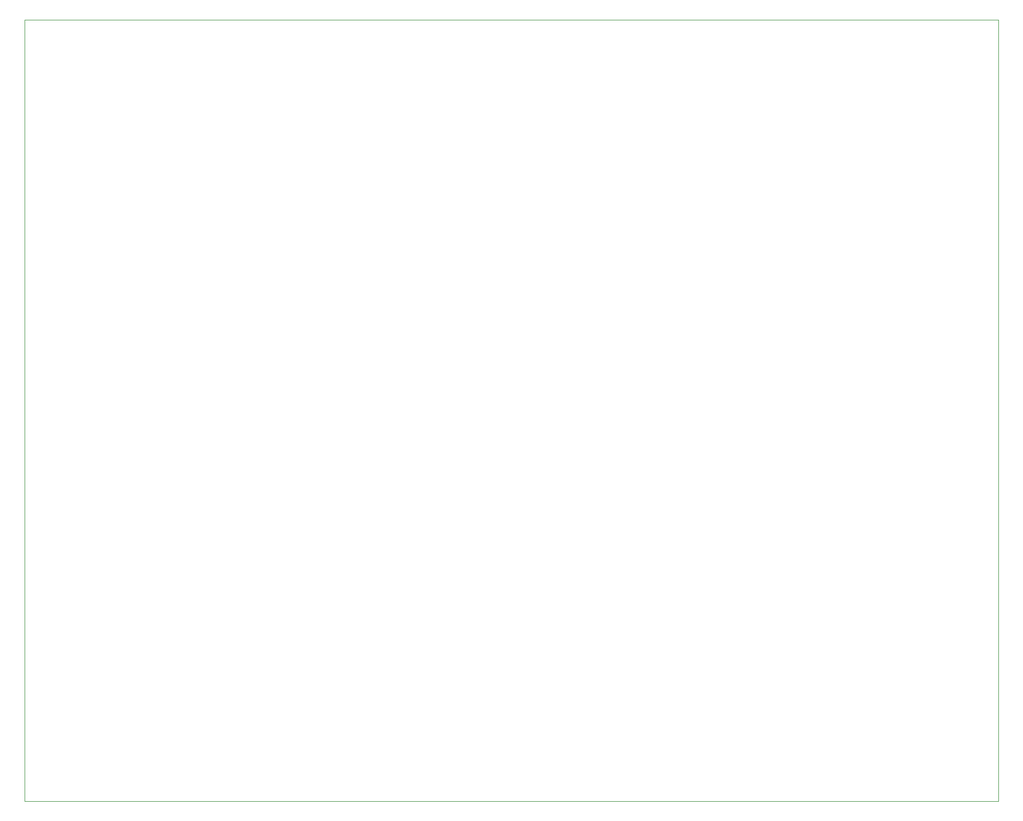
<source format=gbr>
%TF.GenerationSoftware,KiCad,Pcbnew,7.0.10*%
%TF.CreationDate,2025-05-21T01:52:54+02:00*%
%TF.ProjectId,LoadController,4c6f6164-436f-46e7-9472-6f6c6c65722e,rev?*%
%TF.SameCoordinates,Original*%
%TF.FileFunction,Profile,NP*%
%FSLAX46Y46*%
G04 Gerber Fmt 4.6, Leading zero omitted, Abs format (unit mm)*
G04 Created by KiCad (PCBNEW 7.0.10) date 2025-05-21 01:52:54*
%MOMM*%
%LPD*%
G01*
G04 APERTURE LIST*
%TA.AperFunction,Profile*%
%ADD10C,0.100000*%
%TD*%
G04 APERTURE END LIST*
D10*
X50150000Y-32930000D02*
X204225000Y-32930000D01*
X204225000Y-156455000D01*
X50150000Y-156455000D01*
X50150000Y-32930000D01*
M02*

</source>
